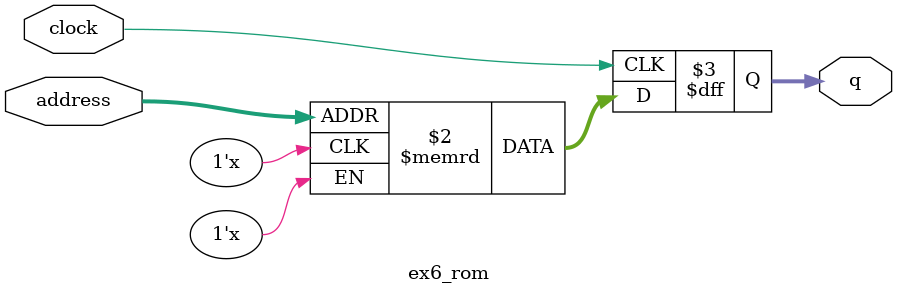
<source format=sv>
module ex6_rom (
	input logic clock,
	input logic [9:0] address,
	output logic [3:0] q
);

logic [3:0] memory [0:1023] /* synthesis ram_init_file = "./ex6/ex6.mif" */;

always_ff @ (posedge clock) begin
	q <= memory[address];
end

endmodule

</source>
